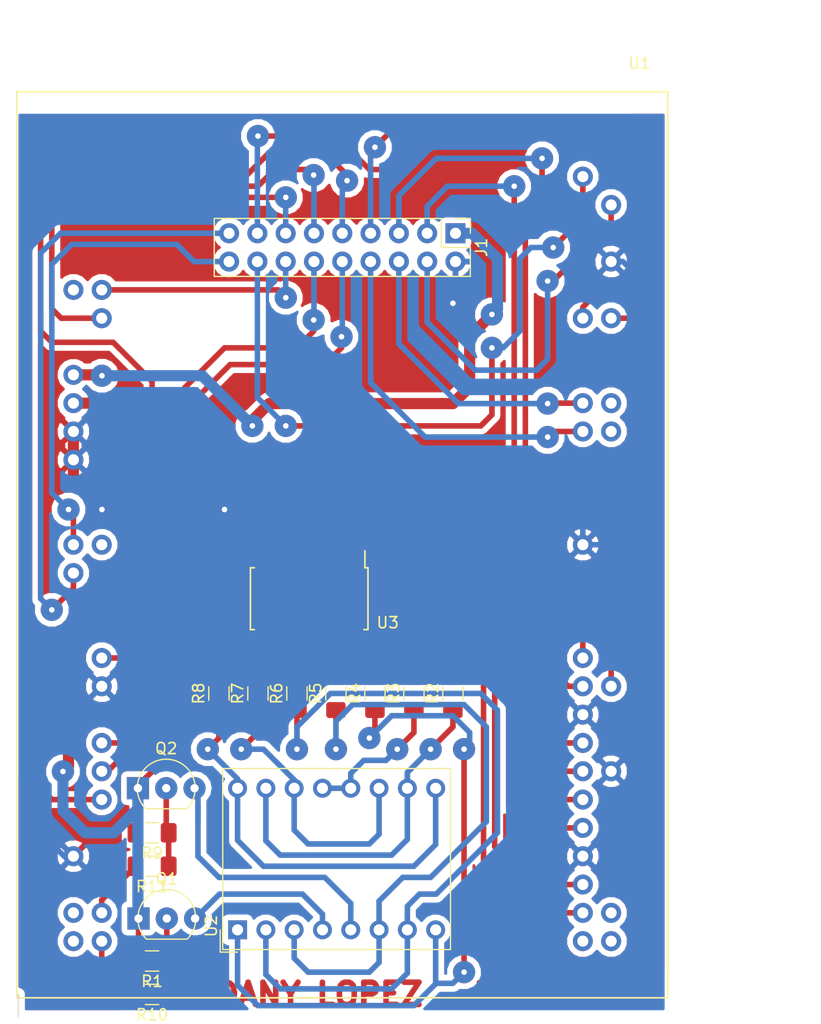
<source format=kicad_pcb>
(kicad_pcb (version 20171130) (host pcbnew 5.0.2+dfsg1-1)
  (layers (0 F.Cu signal) (31 B.Cu signal) (34 B.Paste user) (35 F.Paste user) (36 B.SilkS user) (37 F.SilkS user) (38 B.Mask user) (39 F.Mask user) (44 Edge.Cuts user))
  (net 0 "")
  (net 1 +3V3)
  (net 2 GND)
  (net 3 /SIOC)
  (net 4 /SIOD)
  (net 5 /VSYNC)
  (net 6 /HREF)
  (net 7 /PCLK)
  (net 8 /XCLK)
  (net 9 /D7)
  (net 10 /D6)
  (net 11 /D5)
  (net 12 /D4)
  (net 13 /D3)
  (net 14 /D2)
  (net 15 /D1)
  (net 16 /D0)
  (net 17 /RST)
  (net 18 /PWDN)
  (net 19 "Net-(U1-PadA1)")
  (net 20 +5V)
  (net 21 "Net-(U1-PadB2)")
  (net 22 "Net-(U1-PadB27)")
  (net 23 "Net-(U1-PadB29)")
  (net 24 "Net-(U1-PadC34)")
  (net 25 "Net-(U1-PadC32)")
  (net 26 "Net-(U1-PadD18)")
  (net 27 "Net-(U1-PadD20)")
  (net 28 /DC1)
  (net 29 /DC2)
  (net 30 /Dg)
  (net 31 /Df)
  (net 32 /De)
  (net 33 /Dd)
  (net 34 /Dc)
  (net 35 /Db)
  (net 36 /Da)
  (net 37 "Net-(Q1-Pad2)")
  (net 38 "Net-(Q1-Pad3)")
  (net 39 "Net-(Q2-Pad3)")
  (net 40 "Net-(Q2-Pad2)")
  (net 41 "Net-(R2-Pad1)")
  (net 42 "Net-(R2-Pad2)")
  (net 43 "Net-(R3-Pad2)")
  (net 44 "Net-(R3-Pad1)")
  (net 45 "Net-(R4-Pad1)")
  (net 46 "Net-(R4-Pad2)")
  (net 47 "Net-(R5-Pad2)")
  (net 48 "Net-(R5-Pad1)")
  (net 49 "Net-(R6-Pad1)")
  (net 50 "Net-(R6-Pad2)")
  (net 51 "Net-(R7-Pad2)")
  (net 52 "Net-(R7-Pad1)")
  (net 53 "Net-(R8-Pad1)")
  (net 54 "Net-(R8-Pad2)")
  (net 55 "Net-(U1-PadC33)")
  (module Resistor_SMD:R_1206_3216Metric_Pad1.42x1.75mm_HandSolder (layer F.Cu) (at 12 -16.5 180)
    (fp_text reference R9 (at 0 -1.82 180) (layer F.SilkS))
    (fp_text value 10K)
    (pad 2 smd roundrect (at 1.4875 0 180) (size 1.425 1.75) (layers F.Cu F.Paste F.Mask) (roundrect_rratio 0.175439) (net 20 +5V))
    (pad 1 smd roundrect (at -1.4875 0 180) (size 1.425 1.75) (layers F.Cu F.Paste F.Mask) (roundrect_rratio 0.175439) (net 40 "Net-(Q2-Pad2)"))
  )
  (module Package_TO_SOT_THT:TO-92_Inline (layer F.Cu) (at 12.052 -8.812)
    (fp_text reference Q1 (at 1.27 -3.56) (layer F.SilkS))
    (fp_text value 2N3906)
    (pad 2 thru_hole oval (at 1.27 0) (size 2 2) (drill 0.75) (layers *.Cu *.Mask) (net 37 "Net-(Q1-Pad2)"))
    (pad 3 thru_hole oval (at 3.81 0) (size 2 2) (drill 0.75) (layers *.Cu *.Mask) (net 38 "Net-(Q1-Pad3)"))
    (pad 1 thru_hole rect (at -1.27 0) (size 2 2) (drill 0.75) (layers *.Cu *.Mask) (net 20 +5V))
  )
  (module Package_TO_SOT_THT:TO-92_Inline (layer F.Cu) (at 12 -20.5)
    (fp_text reference Q2 (at 1.27 -3.56) (layer F.SilkS))
    (fp_text value 2N3906)
    (pad 1 thru_hole rect (at -1.27 0) (size 2 2) (drill 0.75) (layers *.Cu *.Mask) (net 20 +5V))
    (pad 3 thru_hole oval (at 3.81 0) (size 2 2) (drill 0.75) (layers *.Cu *.Mask) (net 39 "Net-(Q2-Pad3)"))
    (pad 2 thru_hole oval (at 1.27 0) (size 2 2) (drill 0.75) (layers *.Cu *.Mask) (net 40 "Net-(Q2-Pad2)"))
  )
  (module SILTTEC:STM-NUCLEO144-F767 (layer F.Cu) (at 4.94 -65.2)
    (fp_text reference U1 (at 50.8 -20.32) (layer F.SilkS))
    (fp_text value Nucleo144-F767)
    (pad A1 thru_hole circle (at 0 0) (size 1.8 1.8) (drill 1) (layers *.Cu *.Mask) (net 19 "Net-(U1-PadA1)"))
    (pad A2 thru_hole circle (at 2.54 0) (size 1.8 1.8) (drill 1) (layers *.Cu *.Mask) (net 14 /D2))
    (pad A4 thru_hole circle (at 2.54 2.54) (size 1.8 1.8) (drill 1) (layers *.Cu *.Mask) (net 13 /D3))
    (pad A7 thru_hole circle (at 0 7.62) (size 1.8 1.8) (drill 1) (layers *.Cu *.Mask) (net 1 +3V3))
    (pad A9 thru_hole circle (at 0 10.16) (size 1.8 1.8) (drill 1) (layers *.Cu *.Mask) (net 20 +5V))
    (pad A11 thru_hole circle (at 0 12.7) (size 1.8 1.8) (drill 1) (layers *.Cu *.Mask) (net 2 GND))
    (pad A13 thru_hole circle (at 0 15.24) (size 1.8 1.8) (drill 1) (layers *.Cu *.Mask) (net 2 GND))
    (pad B1 thru_hole circle (at 0 22.86) (size 1.8 1.8) (drill 1) (layers *.Cu *.Mask) (net 18 /PWDN))
    (pad B2 thru_hole circle (at 2.54 22.86) (size 1.8 1.8) (drill 1) (layers *.Cu *.Mask) (net 21 "Net-(U1-PadB2)"))
    (pad B3 thru_hole circle (at 0 25.4) (size 1.8 1.8) (drill 1) (layers *.Cu *.Mask) (net 17 /RST))
    (pad B10 thru_hole circle (at 2.54 33.02) (size 1.8 1.8) (drill 1) (layers *.Cu *.Mask) (net 11 /D5))
    (pad B12 thru_hole circle (at 2.54 35.56) (size 1.8 1.8) (drill 1) (layers *.Cu *.Mask) (net 2 GND))
    (pad B16 thru_hole circle (at 2.54 40.64) (size 1.8 1.8) (drill 1) (layers *.Cu *.Mask) (net 12 /D4))
    (pad B18 thru_hole circle (at 2.54 43.18) (size 1.8 1.8) (drill 1) (layers *.Cu *.Mask) (net 10 /D6))
    (pad B20 thru_hole circle (at 2.54 45.72) (size 1.8 1.8) (drill 1) (layers *.Cu *.Mask) (net 9 /D7))
    (pad B23 thru_hole circle (at 0 50.8) (size 1.8 1.8) (drill 1) (layers *.Cu *.Mask) (net 2 GND))
    (pad B27 thru_hole circle (at 0 55.88) (size 1.8 1.8) (drill 1) (layers *.Cu *.Mask) (net 22 "Net-(U1-PadB27)"))
    (pad B28 thru_hole circle (at 2.54 55.88) (size 1.8 1.8) (drill 1) (layers *.Cu *.Mask) (net 29 /DC2))
    (pad B29 thru_hole circle (at 0 58.42) (size 1.8 1.8) (drill 1) (layers *.Cu *.Mask) (net 23 "Net-(U1-PadB29)"))
    (pad B30 thru_hole circle (at 2.54 58.42) (size 1.8 1.8) (drill 1) (layers *.Cu *.Mask) (net 28 /DC1))
    (pad C33 thru_hole circle (at 45.72 58.42) (size 1.8 1.8) (drill 1) (layers *.Cu *.Mask) (net 55 "Net-(U1-PadC33)"))
    (pad C34 thru_hole circle (at 48.26 58.42) (size 1.8 1.8) (drill 1) (layers *.Cu *.Mask) (net 24 "Net-(U1-PadC34)"))
    (pad C31 thru_hole circle (at 45.72 55.88) (size 1.8 1.8) (drill 1) (layers *.Cu *.Mask) (net 36 /Da))
    (pad C32 thru_hole circle (at 48.26 55.88) (size 1.8 1.8) (drill 1) (layers *.Cu *.Mask) (net 25 "Net-(U1-PadC32)"))
    (pad C29 thru_hole circle (at 45.72 53.34) (size 1.8 1.8) (drill 1) (layers *.Cu *.Mask) (net 35 /Db))
    (pad C27 thru_hole circle (at 45.72 50.8) (size 1.8 1.8) (drill 1) (layers *.Cu *.Mask) (net 2 GND))
    (pad C25 thru_hole circle (at 45.72 48.26) (size 1.8 1.8) (drill 1) (layers *.Cu *.Mask) (net 34 /Dc))
    (pad C23 thru_hole circle (at 45.72 45.72) (size 1.8 1.8) (drill 1) (layers *.Cu *.Mask) (net 33 /Dd))
    (pad C21 thru_hole circle (at 45.72 43.18) (size 1.8 1.8) (drill 1) (layers *.Cu *.Mask) (net 32 /De))
    (pad C22 thru_hole circle (at 48.26 43.18) (size 1.8 1.8) (drill 1) (layers *.Cu *.Mask) (net 2 GND))
    (pad C19 thru_hole circle (at 45.72 40.64) (size 1.8 1.8) (drill 1) (layers *.Cu *.Mask) (net 31 /Df))
    (pad C17 thru_hole circle (at 45.72 38.1) (size 1.8 1.8) (drill 1) (layers *.Cu *.Mask) (net 2 GND))
    (pad C15 thru_hole circle (at 45.72 35.56) (size 1.8 1.8) (drill 1) (layers *.Cu *.Mask) (net 30 /Dg))
    (pad C16 thru_hole circle (at 48.26 35.56) (size 1.8 1.8) (drill 1) (layers *.Cu *.Mask) (net 5 /VSYNC))
    (pad C13 thru_hole circle (at 45.72 33.02) (size 1.8 1.8) (drill 1) (layers *.Cu *.Mask) (net 3 /SIOC))
    (pad C5 thru_hole circle (at 45.72 22.86) (size 1.8 1.8) (drill 1) (layers *.Cu *.Mask) (net 2 GND))
    (pad D1 thru_hole circle (at 45.72 -10.16) (size 1.8 1.8) (drill 1) (layers *.Cu *.Mask) (net 16 /D0))
    (pad D4 thru_hole circle (at 48.26 -7.62) (size 1.8 1.8) (drill 1) (layers *.Cu *.Mask) (net 4 /SIOD))
    (pad D8 thru_hole circle (at 48.26 -2.54) (size 1.8 1.8) (drill 1) (layers *.Cu *.Mask) (net 2 GND))
    (pad D11 thru_hole circle (at 45.72 2.54) (size 1.8 1.8) (drill 1) (layers *.Cu *.Mask) (net 15 /D1))
    (pad D12 thru_hole circle (at 48.26 2.54) (size 1.8 1.8) (drill 1) (layers *.Cu *.Mask) (net 7 /PCLK))
    (pad D17 thru_hole circle (at 45.72 10.16) (size 1.8 1.8) (drill 1) (layers *.Cu *.Mask) (net 6 /HREF))
    (pad D18 thru_hole circle (at 48.26 10.16) (size 1.8 1.8) (drill 1) (layers *.Cu *.Mask) (net 26 "Net-(U1-PadD18)"))
    (pad D19 thru_hole circle (at 45.72 12.7) (size 1.8 1.8) (drill 1) (layers *.Cu *.Mask) (net 8 /XCLK))
    (pad D20 thru_hole circle (at 48.26 12.7) (size 1.8 1.8) (drill 1) (layers *.Cu *.Mask) (net 27 "Net-(U1-PadD20)"))
  )
  (module Connector_PinHeader_2.54mm:PinHeader_2x09_P2.54mm_Vertical (layer F.Cu) (at 39.23 -70.28 270)
    (fp_text reference J1 (at 1.27 -2.33 270) (layer F.SilkS))
    (fp_text value Conn_02x09_Odd_Even)
    (pad 1 thru_hole rect (at 0 0 270) (size 1.8 1.8) (drill 1) (layers *.Cu *.Mask) (net 1 +3V3))
    (pad 2 thru_hole oval (at 2.54 0 270) (size 1.8 1.8) (drill 1) (layers *.Cu *.Mask) (net 2 GND))
    (pad 3 thru_hole oval (at 0 2.54 270) (size 1.8 1.8) (drill 1) (layers *.Cu *.Mask) (net 3 /SIOC))
    (pad 4 thru_hole oval (at 2.54 2.54 270) (size 1.8 1.8) (drill 1) (layers *.Cu *.Mask) (net 4 /SIOD))
    (pad 5 thru_hole oval (at 0 5.08 270) (size 1.8 1.8) (drill 1) (layers *.Cu *.Mask) (net 5 /VSYNC))
    (pad 6 thru_hole oval (at 2.54 5.08 270) (size 1.8 1.8) (drill 1) (layers *.Cu *.Mask) (net 6 /HREF))
    (pad 7 thru_hole oval (at 0 7.62 270) (size 1.8 1.8) (drill 1) (layers *.Cu *.Mask) (net 7 /PCLK))
    (pad 8 thru_hole oval (at 2.54 7.62 270) (size 1.8 1.8) (drill 1) (layers *.Cu *.Mask) (net 8 /XCLK))
    (pad 9 thru_hole circle (at 0 10.16 270) (size 1.8 1.8) (drill 1) (layers *.Cu *.Mask) (net 9 /D7))
    (pad 10 thru_hole oval (at 2.54 10.16 270) (size 1.8 1.8) (drill 1) (layers *.Cu *.Mask) (net 10 /D6))
    (pad 11 thru_hole oval (at 0 12.7 270) (size 1.8 1.8) (drill 1) (layers *.Cu *.Mask) (net 11 /D5))
    (pad 12 thru_hole oval (at 2.54 12.7 270) (size 1.8 1.8) (drill 1) (layers *.Cu *.Mask) (net 12 /D4))
    (pad 13 thru_hole oval (at 0 15.24 270) (size 1.8 1.8) (drill 1) (layers *.Cu *.Mask) (net 13 /D3))
    (pad 14 thru_hole oval (at 2.54 15.24 270) (size 1.8 1.8) (drill 1) (layers *.Cu *.Mask) (net 14 /D2))
    (pad 15 thru_hole oval (at 0 17.78 270) (size 1.8 1.8) (drill 1) (layers *.Cu *.Mask) (net 15 /D1))
    (pad 16 thru_hole oval (at 2.54 17.78 270) (size 1.8 1.8) (drill 1) (layers *.Cu *.Mask) (net 16 /D0))
    (pad 17 thru_hole oval (at 0 20.32 270) (size 1.8 1.8) (drill 1) (layers *.Cu *.Mask) (net 17 /RST))
    (pad 18 thru_hole oval (at 2.54 20.32 270) (size 1.8 1.8) (drill 1) (layers *.Cu *.Mask) (net 18 /PWDN))
  )
  (module Resistor_SMD:R_1206_3216Metric_Pad1.42x1.75mm_HandSolder (layer F.Cu) (at 12 -5 180)
    (fp_text reference R1 (at 0 -1.82 180) (layer F.SilkS))
    (fp_text value 10K)
    (pad 1 smd roundrect (at -1.4875 0 180) (size 1.425 1.75) (layers F.Cu F.Paste F.Mask) (roundrect_rratio 0.175439) (net 37 "Net-(Q1-Pad2)"))
    (pad 2 smd roundrect (at 1.4875 0 180) (size 1.425 1.75) (layers F.Cu F.Paste F.Mask) (roundrect_rratio 0.175439) (net 20 +5V))
  )
  (module Resistor_SMD:R_1206_3216Metric_Pad1.42x1.75mm_HandSolder (layer F.Cu) (at 39 -29 90)
    (fp_text reference R2 (at 0 -1.82 90) (layer F.SilkS))
    (fp_text value R)
    (pad 1 smd roundrect (at -1.4875 0 90) (size 1.425 1.75) (layers F.Cu F.Paste F.Mask) (roundrect_rratio 0.175439) (net 41 "Net-(R2-Pad1)"))
    (pad 2 smd roundrect (at 1.4875 0 90) (size 1.425 1.75) (layers F.Cu F.Paste F.Mask) (roundrect_rratio 0.175439) (net 42 "Net-(R2-Pad2)"))
  )
  (module Resistor_SMD:R_1206_3216Metric_Pad1.42x1.75mm_HandSolder (layer F.Cu) (at 35.5 -29 90)
    (fp_text reference R3 (at 0 -1.82 90) (layer F.SilkS))
    (fp_text value R)
    (pad 2 smd roundrect (at 1.4875 0 90) (size 1.425 1.75) (layers F.Cu F.Paste F.Mask) (roundrect_rratio 0.175439) (net 43 "Net-(R3-Pad2)"))
    (pad 1 smd roundrect (at -1.4875 0 90) (size 1.425 1.75) (layers F.Cu F.Paste F.Mask) (roundrect_rratio 0.175439) (net 44 "Net-(R3-Pad1)"))
  )
  (module Resistor_SMD:R_1206_3216Metric_Pad1.42x1.75mm_HandSolder (layer F.Cu) (at 32 -29 90)
    (fp_text reference R4 (at 0 -1.82 90) (layer F.SilkS))
    (fp_text value R)
    (pad 1 smd roundrect (at -1.4875 0 90) (size 1.425 1.75) (layers F.Cu F.Paste F.Mask) (roundrect_rratio 0.175439) (net 45 "Net-(R4-Pad1)"))
    (pad 2 smd roundrect (at 1.4875 0 90) (size 1.425 1.75) (layers F.Cu F.Paste F.Mask) (roundrect_rratio 0.175439) (net 46 "Net-(R4-Pad2)"))
  )
  (module Resistor_SMD:R_1206_3216Metric_Pad1.42x1.75mm_HandSolder (layer F.Cu) (at 28.5 -29 90)
    (fp_text reference R5 (at 0 -1.82 90) (layer F.SilkS))
    (fp_text value R)
    (pad 2 smd roundrect (at 1.4875 0 90) (size 1.425 1.75) (layers F.Cu F.Paste F.Mask) (roundrect_rratio 0.175439) (net 47 "Net-(R5-Pad2)"))
    (pad 1 smd roundrect (at -1.4875 0 90) (size 1.425 1.75) (layers F.Cu F.Paste F.Mask) (roundrect_rratio 0.175439) (net 48 "Net-(R5-Pad1)"))
  )
  (module Resistor_SMD:R_1206_3216Metric_Pad1.42x1.75mm_HandSolder (layer F.Cu) (at 25 -29 90)
    (fp_text reference R6 (at 0 -1.82 90) (layer F.SilkS))
    (fp_text value R)
    (pad 1 smd roundrect (at -1.4875 0 90) (size 1.425 1.75) (layers F.Cu F.Paste F.Mask) (roundrect_rratio 0.175439) (net 49 "Net-(R6-Pad1)"))
    (pad 2 smd roundrect (at 1.4875 0 90) (size 1.425 1.75) (layers F.Cu F.Paste F.Mask) (roundrect_rratio 0.175439) (net 50 "Net-(R6-Pad2)"))
  )
  (module Resistor_SMD:R_1206_3216Metric_Pad1.42x1.75mm_HandSolder (layer F.Cu) (at 21.5 -29 90)
    (fp_text reference R7 (at 0 -1.82 90) (layer F.SilkS))
    (fp_text value R)
    (pad 2 smd roundrect (at 1.4875 0 90) (size 1.425 1.75) (layers F.Cu F.Paste F.Mask) (roundrect_rratio 0.175439) (net 51 "Net-(R7-Pad2)"))
    (pad 1 smd roundrect (at -1.4875 0 90) (size 1.425 1.75) (layers F.Cu F.Paste F.Mask) (roundrect_rratio 0.175439) (net 52 "Net-(R7-Pad1)"))
  )
  (module Resistor_SMD:R_1206_3216Metric_Pad1.42x1.75mm_HandSolder (layer F.Cu) (at 18 -29 90)
    (fp_text reference R8 (at 0 -1.82 90) (layer F.SilkS))
    (fp_text value R)
    (pad 1 smd roundrect (at -1.4875 0 90) (size 1.425 1.75) (layers F.Cu F.Paste F.Mask) (roundrect_rratio 0.175439) (net 53 "Net-(R8-Pad1)"))
    (pad 2 smd roundrect (at 1.4875 0 90) (size 1.425 1.75) (layers F.Cu F.Paste F.Mask) (roundrect_rratio 0.175439) (net 54 "Net-(R8-Pad2)"))
  )
  (module Display_7Segment:DA04-11SYKWA (layer F.Cu) (at 19.672 -7.796 90)
    (fp_text reference U2 (at 0.34 -2.36 90) (layer F.SilkS))
    (fp_text value DA04-11SYKWA)
    (pad 1 thru_hole rect (at 0 0 90) (size 1.7 1.7) (drill 1) (layers *.Cu *.Mask) (net 45 "Net-(R4-Pad1)"))
    (pad 2 thru_hole circle (at 0 2.54 90) (size 1.7 1.7) (drill 1) (layers *.Cu *.Mask) (net 49 "Net-(R6-Pad1)"))
    (pad 3 thru_hole circle (at 0 5.08 90) (size 1.7 1.7) (drill 1) (layers *.Cu *.Mask) (net 48 "Net-(R5-Pad1)"))
    (pad 4 thru_hole circle (at 0 7.62 90) (size 1.7 1.7) (drill 1) (layers *.Cu *.Mask) (net 38 "Net-(Q1-Pad3)"))
    (pad 5 thru_hole circle (at 0 10.16 90) (size 1.7 1.7) (drill 1) (layers *.Cu *.Mask) (net 39 "Net-(Q2-Pad3)"))
    (pad 6 thru_hole circle (at 0 12.7 90) (size 1.7 1.7) (drill 1) (layers *.Cu *.Mask) (net 48 "Net-(R5-Pad1)"))
    (pad 7 thru_hole circle (at 0 15.24 90) (size 1.7 1.7) (drill 1) (layers *.Cu *.Mask) (net 49 "Net-(R6-Pad1)"))
    (pad 8 thru_hole circle (at 0 17.78 90) (size 1.7 1.7) (drill 1) (layers *.Cu *.Mask) (net 45 "Net-(R4-Pad1)"))
    (pad 9 thru_hole circle (at 12.7 17.78 90) (size 1.7 1.7) (drill 1) (layers *.Cu *.Mask) (net 53 "Net-(R8-Pad1)"))
    (pad 10 thru_hole circle (at 12.7 15.24 90) (size 1.7 1.7) (drill 1) (layers *.Cu *.Mask) (net 41 "Net-(R2-Pad1)"))
    (pad 11 thru_hole circle (at 12.7 12.7 90) (size 1.7 1.7) (drill 1) (layers *.Cu *.Mask) (net 52 "Net-(R7-Pad1)"))
    (pad 12 thru_hole circle (at 12.7 10.16 90) (size 1.7 1.7) (drill 1) (layers *.Cu *.Mask) (net 44 "Net-(R3-Pad1)"))
    (pad 13 thru_hole circle (at 12.7 7.62 90) (size 1.7 1.7) (drill 1) (layers *.Cu *.Mask) (net 44 "Net-(R3-Pad1)"))
    (pad 14 thru_hole circle (at 12.7 5.08 90) (size 1.7 1.7) (drill 1) (layers *.Cu *.Mask) (net 52 "Net-(R7-Pad1)"))
    (pad 15 thru_hole circle (at 12.7 2.54 90) (size 1.7 1.7) (drill 1) (layers *.Cu *.Mask) (net 41 "Net-(R2-Pad1)"))
    (pad 16 thru_hole circle (at 12.7 0 90) (size 1.7 1.7) (drill 1) (layers *.Cu *.Mask) (net 53 "Net-(R8-Pad1)"))
  )
  (module SILTTEC:SOIC-16W_5.3x10.2mm_Pitch1.27mm (layer F.Cu) (at 26.1 -37.5 270)
    (fp_text reference U3 (at 2.15 -7.05) (layer F.SilkS))
    (fp_text value ULN2003)
    (pad 16 smd rect (at 2.667 -4.445 270) (size 1.5 0.6) (layers F.Cu F.Paste F.Mask) (net 42 "Net-(R2-Pad2)"))
    (pad 15 smd rect (at 2.661 -3.175 270) (size 1.5 0.6) (layers F.Cu F.Paste F.Mask) (net 43 "Net-(R3-Pad2)"))
    (pad 14 smd rect (at 2.661 -1.905 270) (size 1.5 0.6) (layers F.Cu F.Paste F.Mask) (net 46 "Net-(R4-Pad2)"))
    (pad 13 smd rect (at 2.661 -0.635 270) (size 1.5 0.6) (layers F.Cu F.Paste F.Mask) (net 47 "Net-(R5-Pad2)"))
    (pad 12 smd rect (at 2.661 0.635 270) (size 1.5 0.6) (layers F.Cu F.Paste F.Mask) (net 50 "Net-(R6-Pad2)"))
    (pad 11 smd rect (at 2.661 1.905 270) (size 1.5 0.6) (layers F.Cu F.Paste F.Mask) (net 51 "Net-(R7-Pad2)"))
    (pad 10 smd rect (at 2.661 3.175 270) (size 1.5 0.6) (layers F.Cu F.Paste F.Mask) (net 54 "Net-(R8-Pad2)"))
    (pad 9 smd rect (at 2.661 4.445 270) (size 1.5 0.6) (layers F.Cu F.Paste F.Mask) (net 20 +5V))
    (pad 8 smd rect (at -2.661 4.445 270) (size 1.5 0.6) (layers F.Cu F.Paste F.Mask) (net 2 GND))
    (pad 7 smd rect (at -2.661 3.175 270) (size 1.5 0.6) (layers F.Cu F.Paste F.Mask) (net 30 /Dg))
    (pad 6 smd rect (at -2.661 1.905 270) (size 1.5 0.6) (layers F.Cu F.Paste F.Mask) (net 31 /Df))
    (pad 5 smd rect (at -2.661 0.635 270) (size 1.5 0.6) (layers F.Cu F.Paste F.Mask) (net 32 /De))
    (pad 4 smd rect (at -2.661 -0.635 270) (size 1.5 0.6) (layers F.Cu F.Paste F.Mask) (net 33 /Dd))
    (pad 3 smd rect (at -2.661 -1.905 270) (size 1.5 0.6) (layers F.Cu F.Paste F.Mask) (net 34 /Dc))
    (pad 2 smd rect (at -2.667 -3.175 270) (size 1.5 0.6) (layers F.Cu F.Paste F.Mask) (net 35 /Db))
    (pad 1 smd rect (at -2.667 -4.445 270) (size 1.5 0.6) (layers F.Cu F.Paste F.Mask) (net 36 /Da))
  )
  (module Resistor_SMD:R_1206_3216Metric_Pad1.42x1.75mm_HandSolder (layer F.Cu) (at 12 -2 180)
    (fp_text reference R10 (at 0 -1.82 180) (layer F.SilkS))
    (fp_text value 1K)
    (pad 2 smd roundrect (at 1.4875 0 180) (size 1.425 1.75) (layers F.Cu F.Paste F.Mask) (roundrect_rratio 0.175439) (net 28 /DC1))
    (pad 1 smd roundrect (at -1.4875 0 180) (size 1.425 1.75) (layers F.Cu F.Paste F.Mask) (roundrect_rratio 0.175439) (net 37 "Net-(Q1-Pad2)"))
  )
  (module Resistor_SMD:R_1206_3216Metric_Pad1.42x1.75mm_HandSolder (layer F.Cu) (at 12 -13.5 180)
    (fp_text reference R11 (at 0 -1.82 180) (layer F.SilkS))
    (fp_text value 1K)
    (pad 1 smd roundrect (at -1.4875 0 180) (size 1.425 1.75) (layers F.Cu F.Paste F.Mask) (roundrect_rratio 0.175439) (net 40 "Net-(Q2-Pad2)"))
    (pad 2 smd roundrect (at 1.4875 0 180) (size 1.425 1.75) (layers F.Cu F.Paste F.Mask) (roundrect_rratio 0.175439) (net 29 /DC2))
  )
  (gr_line (start 0 0) (end 0 -2) (angle 90) (layer Edge.Cuts) (width 0.15))
  (gr_text "DANY LOPEZ" (at 27 -2) (layer F.Cu) (effects (font (size 2 2) (thickness 0.5))))
  (gr_text "UNIR 2019" (at 49 -2) (layer F.Cu) (effects (font (size 2 2) (thickness 0.4))))
  (segment (start 7.42 -57.58) (end 4.94 -57.58) (width 1) (layer F.Cu) (net 1))
  (via (at 7.5 -57.5) (size 2) (drill 0.5) (layers F.Cu B.Cu) (net 1))
  (segment (start 7.5 -57.5) (end 7.42 -57.58) (width 1) (layer F.Cu) (net 1))
  (segment (start 39 -55) (end 38 -55) (width 1) (layer F.Cu) (net 1))
  (segment (start 40.5 -56.5) (end 39 -55) (width 1) (layer F.Cu) (net 1))
  (segment (start 39.23 -70.28) (end 40.72 -70.28) (width 1) (layer B.Cu) (net 1))
  (segment (start 40.5 -61) (end 40.5 -56.5) (width 1) (layer F.Cu) (net 1))
  (segment (start 42.5 -63) (end 40.5 -61) (width 1) (layer F.Cu) (net 1))
  (via (at 42.5 -63) (size 2) (drill 0.5) (layers F.Cu B.Cu) (net 1))
  (segment (start 43 -63.5) (end 42.5 -63) (width 1) (layer B.Cu) (net 1))
  (segment (start 43 -68) (end 43 -63.5) (width 1) (layer B.Cu) (net 1))
  (segment (start 40.72 -70.28) (end 43 -68) (width 1) (layer B.Cu) (net 1))
  (segment (start 40.5 -56.5) (end 39 -55) (width 1) (layer F.Cu) (net 1))
  (segment (start 38 -55) (end 22.5 -55) (width 1) (layer F.Cu) (net 1))
  (segment (start 16.5 -57.5) (end 7.5 -57.5) (width 1) (layer B.Cu) (net 1))
  (segment (start 21 -53) (end 16.5 -57.5) (width 1) (layer B.Cu) (net 1))
  (via (at 21 -53) (size 2) (drill 0.5) (layers F.Cu B.Cu) (net 1))
  (segment (start 21 -53.5) (end 21 -53) (width 1) (layer F.Cu) (net 1))
  (segment (start 22.5 -55) (end 21 -53.5) (width 1) (layer F.Cu) (net 1))
  (segment (start 39.23 -64.23) (end 39 -64) (width 1) (layer B.Cu) (net 2))
  (via (at 39 -64) (size 2) (drill 0.5) (layers F.Cu B.Cu) (net 2))
  (segment (start 38.5 -63.5) (end 38.5 -58.5) (width 1) (layer F.Cu) (net 2))
  (segment (start 4.94 -49.96) (end 4.94 -48.06) (width 1) (layer F.Cu) (net 2))
  (segment (start 18.5 -45.5) (end 7.5 -45.5) (width 1) (layer B.Cu) (net 2))
  (segment (start 4.94 -48.06) (end 7.5 -45.5) (width 1) (layer F.Cu) (net 2))
  (via (at 7.5 -45.5) (size 2) (drill 0.5) (layers F.Cu B.Cu) (net 2))
  (segment (start 4.94 -52.5) (end 4.94 -49.96) (width 1) (layer F.Cu) (net 2))
  (segment (start 39 -64) (end 38.5 -63.5) (width 1) (layer F.Cu) (net 2))
  (segment (start 38.5 -63.5) (end 38.5 -58.5) (width 1) (layer F.Cu) (net 2))
  (segment (start 38.5 -58.5) (end 37 -57) (width 1) (layer F.Cu) (net 2))
  (via (at 18.5 -45.5) (size 2) (drill 0.5) (layers F.Cu B.Cu) (net 2))
  (segment (start 18.5 -54) (end 18.5 -45.5) (width 1) (layer F.Cu) (net 2))
  (segment (start 21.5 -57) (end 18.5 -54) (width 1) (layer F.Cu) (net 2))
  (segment (start 37 -57) (end 21.5 -57) (width 1) (layer F.Cu) (net 2))
  (segment (start 39.23 -67.74) (end 39.23 -64.23) (width 0.5) (layer B.Cu) (net 2))
  (segment (start 39.23 -64.23) (end 39 -64) (width 0.5) (layer B.Cu) (net 2))
  (segment (start 4.94 -14.4) (end 4.1 -14.4) (width 0.5) (layer B.Cu) (net 2))
  (segment (start 4.1 -14.4) (end 1.5 -17) (width 0.5) (layer B.Cu) (net 2))
  (segment (start 1.5 -17) (end 1.5 -30.5) (width 0.5) (layer B.Cu) (net 2))
  (segment (start 1.5 -30.5) (end 16.5 -45.5) (width 0.5) (layer B.Cu) (net 2))
  (segment (start 16.5 -45.5) (end 18.5 -45.5) (width 0.5) (layer B.Cu) (net 2))
  (segment (start 53.2 -67.74) (end 54.26 -67.74) (width 0.5) (layer B.Cu) (net 2))
  (segment (start 52.84 -42.34) (end 50.66 -42.34) (width 0.5) (layer B.Cu) (net 2))
  (segment (start 56 -45.5) (end 52.84 -42.34) (width 0.5) (layer B.Cu) (net 2))
  (segment (start 56 -66) (end 56 -45.5) (width 0.5) (layer B.Cu) (net 2))
  (segment (start 54.26 -67.74) (end 56 -66) (width 0.5) (layer B.Cu) (net 2))
  (segment (start 50.66 -42.34) (end 50.66 -47.84) (width 0.5) (layer B.Cu) (net 2))
  (segment (start 18.5 -46.5) (end 18.5 -45.5) (width 0.5) (layer B.Cu) (net 2))
  (segment (start 21.5 -49.5) (end 18.5 -46.5) (width 0.5) (layer B.Cu) (net 2))
  (segment (start 49 -49.5) (end 21.5 -49.5) (width 0.5) (layer B.Cu) (net 2))
  (segment (start 50.66 -47.84) (end 49 -49.5) (width 0.5) (layer B.Cu) (net 2))
  (segment (start 50.66 -32.18) (end 50.66 -35.84) (width 0.5) (layer F.Cu) (net 3))
  (segment (start 50.66 -35.84) (end 44.5 -42) (width 0.5) (layer F.Cu) (net 3))
  (segment (start 44.5 -42) (end 44.5 -74.5) (width 0.5) (layer F.Cu) (net 3))
  (via (at 44.5 -74.5) (size 2) (drill 0.5) (layers F.Cu B.Cu) (net 3))
  (segment (start 44.5 -74.5) (end 38.5 -74.5) (width 0.5) (layer B.Cu) (net 3))
  (segment (start 38.5 -74.5) (end 36.69 -72.69) (width 0.5) (layer B.Cu) (net 3))
  (segment (start 36.69 -72.69) (end 36.69 -70.28) (width 0.5) (layer B.Cu) (net 3))
  (via (at 47.5 -66) (size 2) (drill 0.5) (layers F.Cu B.Cu) (net 4))
  (segment (start 53.2 -71.2) (end 48 -66) (width 0.5) (layer F.Cu) (net 4))
  (segment (start 48 -66) (end 47.5 -66) (width 0.5) (layer F.Cu) (net 4))
  (segment (start 53.2 -72.82) (end 53.2 -71.2) (width 0.5) (layer F.Cu) (net 4))
  (segment (start 36.69 -67.74) (end 36.69 -62.31) (width 0.5) (layer B.Cu) (net 4))
  (segment (start 47.5 -59) (end 47.5 -66) (width 0.5) (layer B.Cu) (net 4))
  (segment (start 46.5 -58) (end 47.5 -59) (width 0.5) (layer B.Cu) (net 4))
  (segment (start 41 -58) (end 46.5 -58) (width 0.5) (layer B.Cu) (net 4))
  (segment (start 36.69 -62.31) (end 41 -58) (width 0.5) (layer B.Cu) (net 4))
  (segment (start 34.15 -70.28) (end 34.15 -73.65) (width 0.5) (layer B.Cu) (net 5))
  (segment (start 53.2 -35.3) (end 53.2 -29.64) (width 0.5) (layer F.Cu) (net 5))
  (segment (start 45.5 -43) (end 53.2 -35.3) (width 0.5) (layer F.Cu) (net 5))
  (segment (start 45.5 -71.5) (end 45.5 -43) (width 0.5) (layer F.Cu) (net 5))
  (segment (start 47 -73) (end 45.5 -71.5) (width 0.5) (layer F.Cu) (net 5))
  (segment (start 47 -77) (end 47 -73) (width 0.5) (layer F.Cu) (net 5))
  (via (at 47 -77) (size 2) (drill 0.5) (layers F.Cu B.Cu) (net 5))
  (segment (start 37.5 -77) (end 47 -77) (width 0.5) (layer B.Cu) (net 5))
  (segment (start 34.15 -73.65) (end 37.5 -77) (width 0.5) (layer B.Cu) (net 5))
  (segment (start 50.66 -55.04) (end 47.54 -55.04) (width 0.5) (layer F.Cu) (net 6))
  (segment (start 47.54 -55.04) (end 47.5 -55) (width 0.5) (layer F.Cu) (net 6))
  (via (at 47.5 -55) (size 2) (drill 0.5) (layers F.Cu B.Cu) (net 6))
  (segment (start 34.15 -67.74) (end 34.15 -60.35) (width 0.5) (layer B.Cu) (net 6))
  (segment (start 39.5 -55) (end 47.5 -55) (width 0.5) (layer B.Cu) (net 6))
  (segment (start 34.15 -60.35) (end 39.5 -55) (width 0.5) (layer B.Cu) (net 6))
  (segment (start 31.61 -77.61) (end 31.61 -70.28) (width 0.5) (layer B.Cu) (net 7))
  (via (at 32 -78) (size 2) (drill 0.5) (layers F.Cu B.Cu) (net 7))
  (segment (start 32 -78) (end 31.61 -77.61) (width 0.5) (layer B.Cu) (net 7))
  (segment (start 53.2 -62.66) (end 55.16 -62.66) (width 0.5) (layer F.Cu) (net 7))
  (segment (start 34 -80) (end 32 -78) (width 0.5) (layer F.Cu) (net 7))
  (segment (start 55 -80) (end 34 -80) (width 0.5) (layer F.Cu) (net 7))
  (segment (start 56.5 -78.5) (end 55 -80) (width 0.5) (layer F.Cu) (net 7))
  (segment (start 56.5 -64) (end 56.5 -78.5) (width 0.5) (layer F.Cu) (net 7))
  (segment (start 55.16 -62.66) (end 56.5 -64) (width 0.5) (layer F.Cu) (net 7))
  (segment (start 48 -52.5) (end 50.66 -52.5) (width 0.5) (layer F.Cu) (net 8))
  (via (at 47.5 -52) (size 2) (drill 0.5) (layers F.Cu B.Cu) (net 8))
  (segment (start 47.5 -52) (end 48 -52.5) (width 0.5) (layer F.Cu) (net 8))
  (segment (start 31.61 -67.74) (end 31.61 -56.89) (width 0.5) (layer B.Cu) (net 8))
  (segment (start 36.5 -52) (end 47.5 -52) (width 0.5) (layer B.Cu) (net 8))
  (segment (start 31.61 -56.89) (end 36.5 -52) (width 0.5) (layer B.Cu) (net 8))
  (segment (start 29.07 -70.28) (end 29.07 -74.57) (width 0.5) (layer B.Cu) (net 9))
  (via (at 29.5 -75) (size 2) (drill 0.5) (layers F.Cu B.Cu) (net 9))
  (segment (start 29.07 -74.57) (end 29.5 -75) (width 0.5) (layer B.Cu) (net 9))
  (segment (start 20.5 -75.500004) (end 22.499996 -77.5) (width 0.5) (layer F.Cu) (net 9))
  (segment (start 29.5 -75) (end 29.5 -75.5) (width 0.5) (layer F.Cu) (net 9))
  (segment (start 27.5 -77.5) (end 22.499996 -77.5) (width 0.5) (layer F.Cu) (net 9))
  (segment (start 29.5 -75.5) (end 27.5 -77.5) (width 0.5) (layer F.Cu) (net 9))
  (segment (start 22.499996 -77.5) (end 20.5 -75.500004) (width 0.5) (layer F.Cu) (net 9))
  (segment (start 20.5 -75.500004) (end 3.500004 -75.500004) (width 0.5) (layer F.Cu) (net 9))
  (segment (start 3.500004 -75.500004) (end 1 -73) (width 0.5) (layer F.Cu) (net 9))
  (segment (start 1 -73) (end 1 -21.5) (width 0.5) (layer F.Cu) (net 9))
  (segment (start 1 -21.5) (end 3.02 -19.48) (width 0.5) (layer F.Cu) (net 9))
  (segment (start 3.02 -19.48) (end 7.48 -19.48) (width 0.5) (layer F.Cu) (net 9))
  (segment (start 29.07 -67.74) (end 29.07 -61.07) (width 0.5) (layer B.Cu) (net 10))
  (via (at 29 -61) (size 2) (drill 0.5) (layers F.Cu B.Cu) (net 10))
  (segment (start 29.07 -61.07) (end 29 -61) (width 0.5) (layer B.Cu) (net 10))
  (segment (start 29 -61) (end 29 -60) (width 0.5) (layer F.Cu) (net 10))
  (segment (start 14 -53.5) (end 14 -26) (width 0.5) (layer F.Cu) (net 10))
  (segment (start 19 -58.5) (end 14 -53.5) (width 0.5) (layer F.Cu) (net 10))
  (segment (start 27.5 -58.5) (end 19 -58.5) (width 0.5) (layer F.Cu) (net 10))
  (segment (start 29 -60) (end 27.5 -58.5) (width 0.5) (layer F.Cu) (net 10))
  (segment (start 7.48 -22.02) (end 8.02 -22.02) (width 0.5) (layer F.Cu) (net 10))
  (segment (start 11.5 -23.5) (end 14 -26) (width 0.5) (layer F.Cu) (net 10))
  (segment (start 9.5 -23.5) (end 11.5 -23.5) (width 0.5) (layer F.Cu) (net 10))
  (segment (start 8.02 -22.02) (end 9.5 -23.5) (width 0.5) (layer F.Cu) (net 10))
  (segment (start 2 -61.5) (end 2 -69) (width 0.5) (layer F.Cu) (net 11))
  (segment (start 3 -60.5) (end 2 -61.5) (width 0.5) (layer F.Cu) (net 11))
  (segment (start 6.5 -60.5) (end 3 -60.5) (width 0.5) (layer F.Cu) (net 11))
  (segment (start 2 -69) (end 2 -72) (width 0.5) (layer F.Cu) (net 11))
  (segment (start 26.53 -75.47) (end 26.53 -70.28) (width 0.5) (layer B.Cu) (net 11))
  (segment (start 26.5 -75.5) (end 26.53 -75.47) (width 0.5) (layer B.Cu) (net 11))
  (via (at 26.5 -75.5) (size 2) (drill 0.5) (layers F.Cu B.Cu) (net 11))
  (segment (start 26 -76) (end 26.5 -75.5) (width 0.5) (layer F.Cu) (net 11))
  (segment (start 23 -76) (end 26 -76) (width 0.5) (layer F.Cu) (net 11))
  (segment (start 21.500002 -74.500002) (end 23 -76) (width 0.5) (layer F.Cu) (net 11))
  (segment (start 4.500002 -74.500002) (end 21.500002 -74.500002) (width 0.5) (layer F.Cu) (net 11))
  (segment (start 2 -72) (end 4.500002 -74.500002) (width 0.5) (layer F.Cu) (net 11))
  (segment (start 6.5 -60.5) (end 8.5 -60.5) (width 0.5) (layer F.Cu) (net 11))
  (segment (start 10.68 -32.18) (end 7.48 -32.18) (width 0.5) (layer F.Cu) (net 11))
  (segment (start 11.999996 -33.499996) (end 10.68 -32.18) (width 0.5) (layer F.Cu) (net 11))
  (segment (start 11.999996 -57.000004) (end 11.999996 -33.499996) (width 0.5) (layer F.Cu) (net 11))
  (segment (start 8.5 -60.5) (end 11.999996 -57.000004) (width 0.5) (layer F.Cu) (net 11))
  (segment (start 26.53 -67.74) (end 26.53 -62.53) (width 0.5) (layer B.Cu) (net 12))
  (via (at 26.5 -62.5) (size 2) (drill 0.5) (layers F.Cu B.Cu) (net 12))
  (segment (start 26.53 -62.53) (end 26.5 -62.5) (width 0.5) (layer B.Cu) (net 12))
  (segment (start 7.48 -24.56) (end 10.56 -24.56) (width 0.5) (layer F.Cu) (net 12))
  (segment (start 26.5 -61.5) (end 26.5 -62.5) (width 0.5) (layer F.Cu) (net 12))
  (segment (start 25 -60) (end 26.5 -61.5) (width 0.5) (layer F.Cu) (net 12))
  (segment (start 18.5 -60) (end 25 -60) (width 0.5) (layer F.Cu) (net 12))
  (segment (start 12.999998 -54.499998) (end 18.5 -60) (width 0.5) (layer F.Cu) (net 12))
  (segment (start 12.999998 -26.999998) (end 12.999998 -54.499998) (width 0.5) (layer F.Cu) (net 12))
  (segment (start 10.56 -24.56) (end 12.999998 -26.999998) (width 0.5) (layer F.Cu) (net 12))
  (segment (start 7.48 -62.66) (end 3.84 -62.66) (width 0.5) (layer F.Cu) (net 13))
  (segment (start 3.84 -62.66) (end 3 -63.5) (width 0.5) (layer F.Cu) (net 13))
  (segment (start 3 -63.5) (end 3 -68.5) (width 0.5) (layer F.Cu) (net 13))
  (segment (start 23.99 -70.28) (end 23.99 -73.49) (width 0.5) (layer B.Cu) (net 13))
  (segment (start 3 -71.5) (end 3 -68.5) (width 0.5) (layer F.Cu) (net 13))
  (segment (start 5 -73.5) (end 3 -71.5) (width 0.5) (layer F.Cu) (net 13))
  (segment (start 10 -73.5) (end 5 -73.5) (width 0.5) (layer F.Cu) (net 13))
  (segment (start 24 -73.5) (end 10 -73.5) (width 0.5) (layer F.Cu) (net 13))
  (via (at 24 -73.5) (size 2) (drill 0.5) (layers F.Cu B.Cu) (net 13))
  (segment (start 23.99 -73.49) (end 24 -73.5) (width 0.5) (layer B.Cu) (net 13))
  (segment (start 23.99 -67.74) (end 23.99 -64.51) (width 0.5) (layer B.Cu) (net 14))
  (segment (start 23.3 -65.2) (end 7.48 -65.2) (width 0.5) (layer F.Cu) (net 14))
  (segment (start 24 -64.5) (end 23.3 -65.2) (width 0.5) (layer F.Cu) (net 14))
  (via (at 24 -64.5) (size 2) (drill 0.5) (layers F.Cu B.Cu) (net 14))
  (segment (start 23.99 -64.51) (end 24 -64.5) (width 0.5) (layer B.Cu) (net 14))
  (segment (start 50.66 -62.66) (end 50.66 -63.66) (width 0.5) (layer F.Cu) (net 15))
  (segment (start 21.45 -78.95) (end 21.45 -70.28) (width 0.5) (layer B.Cu) (net 15))
  (segment (start 21.5 -79) (end 21.45 -78.95) (width 0.5) (layer B.Cu) (net 15))
  (via (at 21.5 -79) (size 2) (drill 0.5) (layers F.Cu B.Cu) (net 15))
  (segment (start 28.5 -79) (end 21.5 -79) (width 0.5) (layer F.Cu) (net 15))
  (segment (start 31.5 -76) (end 28.5 -79) (width 0.5) (layer F.Cu) (net 15))
  (segment (start 33 -76) (end 31.5 -76) (width 0.5) (layer F.Cu) (net 15))
  (segment (start 35.999998 -78.999998) (end 33 -76) (width 0.5) (layer F.Cu) (net 15))
  (segment (start 54.000002 -78.999998) (end 35.999998 -78.999998) (width 0.5) (layer F.Cu) (net 15))
  (segment (start 55.5 -77.5) (end 54.000002 -78.999998) (width 0.5) (layer F.Cu) (net 15))
  (segment (start 55.5 -66.000002) (end 55.5 -77.5) (width 0.5) (layer F.Cu) (net 15))
  (segment (start 54.499998 -65) (end 55.5 -66.000002) (width 0.5) (layer F.Cu) (net 15))
  (segment (start 52 -65) (end 54.499998 -65) (width 0.5) (layer F.Cu) (net 15))
  (segment (start 50.66 -63.66) (end 52 -65) (width 0.5) (layer F.Cu) (net 15))
  (segment (start 50.66 -75.36) (end 50.66 -71.66) (width 0.5) (layer F.Cu) (net 16))
  (via (at 48 -69) (size 2) (drill 0.5) (layers F.Cu B.Cu) (net 16))
  (segment (start 50.66 -71.66) (end 48 -69) (width 0.5) (layer F.Cu) (net 16))
  (segment (start 48 -69) (end 46 -69) (width 0.5) (layer B.Cu) (net 16))
  (segment (start 46 -69) (end 45 -68) (width 0.5) (layer B.Cu) (net 16))
  (segment (start 45 -68) (end 45 -61.5) (width 0.5) (layer B.Cu) (net 16))
  (segment (start 45 -61.5) (end 43.5 -60) (width 0.5) (layer B.Cu) (net 16))
  (segment (start 43.5 -60) (end 42.5 -60) (width 0.5) (layer B.Cu) (net 16))
  (via (at 42.5 -60) (size 2) (drill 0.5) (layers F.Cu B.Cu) (net 16))
  (segment (start 42.5 -60) (end 42.5 -54) (width 0.5) (layer F.Cu) (net 16))
  (segment (start 42.5 -54) (end 41.5 -53) (width 0.5) (layer F.Cu) (net 16))
  (segment (start 21.45 -67.74) (end 21.45 -55.55) (width 0.5) (layer B.Cu) (net 16))
  (segment (start 24 -53) (end 41.5 -53) (width 0.5) (layer F.Cu) (net 16))
  (via (at 24 -53) (size 2) (drill 0.5) (layers F.Cu B.Cu) (net 16))
  (segment (start 21.45 -55.55) (end 24 -53) (width 0.5) (layer B.Cu) (net 16))
  (segment (start 41.5 -53) (end 42.5 -54) (width 0.5) (layer F.Cu) (net 16))
  (segment (start 42.5 -54) (end 42.5 -60) (width 0.5) (layer F.Cu) (net 16))
  (segment (start 18.91 -70.28) (end 3.78 -70.28) (width 0.5) (layer B.Cu) (net 17))
  (segment (start 4.94 -38.44) (end 4.94 -39.8) (width 0.5) (layer F.Cu) (net 17))
  (segment (start 3 -36.5) (end 4.94 -38.44) (width 0.5) (layer F.Cu) (net 17))
  (via (at 3 -36.5) (size 2) (drill 0.5) (layers F.Cu B.Cu) (net 17))
  (segment (start 2 -37.5) (end 3 -36.5) (width 0.5) (layer B.Cu) (net 17))
  (segment (start 2 -68.5) (end 2 -37.5) (width 0.5) (layer B.Cu) (net 17))
  (segment (start 3.78 -70.28) (end 2 -68.5) (width 0.5) (layer B.Cu) (net 17))
  (segment (start 18.91 -67.74) (end 15.76 -67.74) (width 0.5) (layer B.Cu) (net 18))
  (segment (start 4.94 -45.06) (end 4.94 -42.34) (width 0.5) (layer F.Cu) (net 18))
  (segment (start 4.5 -45.5) (end 4.94 -45.06) (width 0.5) (layer F.Cu) (net 18))
  (via (at 4.5 -45.5) (size 2) (drill 0.5) (layers F.Cu B.Cu) (net 18))
  (segment (start 3 -47) (end 4.5 -45.5) (width 0.5) (layer B.Cu) (net 18))
  (segment (start 3 -67.499998) (end 3 -47) (width 0.5) (layer B.Cu) (net 18))
  (segment (start 4.78 -69.279998) (end 3 -67.499998) (width 0.5) (layer B.Cu) (net 18))
  (segment (start 14.220002 -69.279998) (end 4.78 -69.279998) (width 0.5) (layer B.Cu) (net 18))
  (segment (start 15.76 -67.74) (end 14.220002 -69.279998) (width 0.5) (layer B.Cu) (net 18))
  (segment (start 4.94 -55.04) (end 7.96 -55.04) (width 1) (layer F.Cu) (net 20))
  (segment (start 6 -16.5) (end 8.564 -16.5) (width 1) (layer B.Cu) (net 20))
  (via (at 4 -22) (size 2) (drill 0.5) (layers F.Cu B.Cu) (net 20))
  (segment (start 4.5 -22.5) (end 4 -22) (width 1) (layer F.Cu) (net 20))
  (segment (start 4.5 -33) (end 4.5 -22.5) (width 1) (layer F.Cu) (net 20))
  (segment (start 10.5 -39) (end 4.5 -33) (width 1) (layer F.Cu) (net 20))
  (segment (start 10.5 -52.5) (end 10.5 -39) (width 1) (layer F.Cu) (net 20))
  (segment (start 7.96 -55.04) (end 10.5 -52.5) (width 1) (layer F.Cu) (net 20))
  (segment (start 4 -22) (end 4 -18.5) (width 1) (layer B.Cu) (net 20))
  (segment (start 4 -18.5) (end 6 -16.5) (width 1) (layer B.Cu) (net 20))
  (segment (start 21.655 -34.839) (end 21.655 -36.845) (width 0.5) (layer F.Cu) (net 20))
  (segment (start 21.655 -36.845) (end 21 -37.5) (width 0.5) (layer F.Cu) (net 20))
  (segment (start 21 -37.5) (end 17.5 -37.5) (width 0.5) (layer F.Cu) (net 20))
  (segment (start 17.5 -37.5) (end 15.000002 -35.000002) (width 0.5) (layer F.Cu) (net 20))
  (segment (start 15.000002 -35.000002) (end 15.000002 -25) (width 0.5) (layer F.Cu) (net 20))
  (segment (start 15 -25) (end 15.000002 -25) (width 0.5) (layer F.Cu) (net 20))
  (segment (start 15.000002 -25.000002) (end 15 -25) (width 0.5) (layer F.Cu) (net 20))
  (segment (start 11.036 -21.036) (end 15.000002 -25.000002) (width 0.5) (layer F.Cu) (net 20))
  (segment (start 10.73 -20.5) (end 10.73 -20.729998) (width 0.5) (layer F.Cu) (net 20))
  (segment (start 10.73 -20.729998) (end 15.000002 -25) (width 0.5) (layer F.Cu) (net 20))
  (segment (start 10.73 -20.5) (end 10.73 -16.7175) (width 0.5) (layer F.Cu) (net 20))
  (segment (start 10.73 -16.7175) (end 10.5125 -16.5) (width 0.5) (layer F.Cu) (net 20))
  (segment (start 10.782 -8.812) (end 10.782 -5.2695) (width 0.5) (layer F.Cu) (net 20))
  (segment (start 10.782 -5.2695) (end 10.5125 -5) (width 0.5) (layer F.Cu) (net 20))
  (segment (start 10.73 -20.5) (end 10.73 -8.864) (width 1) (layer B.Cu) (net 20))
  (segment (start 10.73 -8.864) (end 10.782 -8.812) (width 1) (layer B.Cu) (net 20))
  (segment (start 10.73 -20.5) (end 10.73 -18.666) (width 1) (layer B.Cu) (net 20))
  (segment (start 10.73 -18.666) (end 8.564 -16.5) (width 1) (layer B.Cu) (net 20))
  (segment (start 7.48 -6.78) (end 7.48 -3.52) (width 0.5) (layer F.Cu) (net 28))
  (segment (start 9 -2) (end 10.5125 -2) (width 0.5) (layer F.Cu) (net 28))
  (segment (start 7.48 -3.52) (end 9 -2) (width 0.5) (layer F.Cu) (net 28))
  (segment (start 7.48 -9.32) (end 7.48 -10.4675) (width 0.5) (layer F.Cu) (net 29))
  (segment (start 7.48 -10.4675) (end 10.5125 -13.5) (width 0.5) (layer F.Cu) (net 29))
  (segment (start 50.66 -29.64) (end 49.36 -29.64) (width 0.5) (layer F.Cu) (net 30))
  (segment (start 22.925 -45.925) (end 22.925 -40.161) (width 0.5) (layer F.Cu) (net 30))
  (segment (start 25 -48) (end 22.925 -45.925) (width 0.5) (layer F.Cu) (net 30))
  (segment (start 36.5 -48) (end 25 -48) (width 0.5) (layer F.Cu) (net 30))
  (segment (start 38.5 -46) (end 36.5 -48) (width 0.5) (layer F.Cu) (net 30))
  (segment (start 38.5 -41.5) (end 38.5 -46) (width 0.5) (layer F.Cu) (net 30))
  (segment (start 39 -41) (end 38.5 -41.5) (width 0.5) (layer F.Cu) (net 30))
  (segment (start 43 -41) (end 39 -41) (width 0.5) (layer F.Cu) (net 30))
  (segment (start 48.000002 -35.999998) (end 43 -41) (width 0.5) (layer F.Cu) (net 30))
  (segment (start 48.000002 -30.999998) (end 48.000002 -35.999998) (width 0.5) (layer F.Cu) (net 30))
  (segment (start 49.36 -29.64) (end 48.000002 -30.999998) (width 0.5) (layer F.Cu) (net 30))
  (segment (start 24.195 -40.161) (end 24.195 -45.195) (width 0.5) (layer F.Cu) (net 31))
  (segment (start 48.44 -24.56) (end 50.66 -24.56) (width 0.5) (layer F.Cu) (net 31))
  (segment (start 47 -26) (end 48.44 -24.56) (width 0.5) (layer F.Cu) (net 31))
  (segment (start 47 -35.5) (end 47 -26) (width 0.5) (layer F.Cu) (net 31))
  (segment (start 42.999998 -39.500002) (end 47 -35.5) (width 0.5) (layer F.Cu) (net 31))
  (segment (start 37.999998 -39.500002) (end 42.999998 -39.500002) (width 0.5) (layer F.Cu) (net 31))
  (segment (start 37.000002 -40.499998) (end 37.999998 -39.500002) (width 0.5) (layer F.Cu) (net 31))
  (segment (start 37.000002 -45.499998) (end 37.000002 -40.499998) (width 0.5) (layer F.Cu) (net 31))
  (segment (start 35.5 -47) (end 37.000002 -45.499998) (width 0.5) (layer F.Cu) (net 31))
  (segment (start 26 -47) (end 35.5 -47) (width 0.5) (layer F.Cu) (net 31))
  (segment (start 24.195 -45.195) (end 26 -47) (width 0.5) (layer F.Cu) (net 31))
  (segment (start 25.465 -40.161) (end 25.465 -44.465) (width 0.5) (layer F.Cu) (net 32))
  (segment (start 47.48 -22.02) (end 50.66 -22.02) (width 0.5) (layer F.Cu) (net 32))
  (segment (start 46 -23.5) (end 47.48 -22.02) (width 0.5) (layer F.Cu) (net 32))
  (segment (start 46 -34.5) (end 46 -23.5) (width 0.5) (layer F.Cu) (net 32))
  (segment (start 42 -38.5) (end 46 -34.5) (width 0.5) (layer F.Cu) (net 32))
  (segment (start 37.5 -38.5) (end 42 -38.5) (width 0.5) (layer F.Cu) (net 32))
  (segment (start 36 -40) (end 37.5 -38.5) (width 0.5) (layer F.Cu) (net 32))
  (segment (start 36 -44.5) (end 36 -40) (width 0.5) (layer F.Cu) (net 32))
  (segment (start 34.5 -46) (end 36 -44.5) (width 0.5) (layer F.Cu) (net 32))
  (segment (start 27 -46) (end 34.5 -46) (width 0.5) (layer F.Cu) (net 32))
  (segment (start 25.465 -44.465) (end 27 -46) (width 0.5) (layer F.Cu) (net 32))
  (segment (start 50.66 -19.48) (end 46.52 -19.48) (width 0.5) (layer F.Cu) (net 33))
  (segment (start 26.735 -43.735) (end 26.735 -40.161) (width 0.5) (layer F.Cu) (net 33))
  (segment (start 28 -45) (end 26.735 -43.735) (width 0.5) (layer F.Cu) (net 33))
  (segment (start 33.5 -45) (end 28 -45) (width 0.5) (layer F.Cu) (net 33))
  (segment (start 35 -43.5) (end 33.5 -45) (width 0.5) (layer F.Cu) (net 33))
  (segment (start 35 -39.5) (end 35 -43.5) (width 0.5) (layer F.Cu) (net 33))
  (segment (start 37 -37.5) (end 35 -39.5) (width 0.5) (layer F.Cu) (net 33))
  (segment (start 41 -37.5) (end 37 -37.5) (width 0.5) (layer F.Cu) (net 33))
  (segment (start 45 -33.5) (end 41 -37.5) (width 0.5) (layer F.Cu) (net 33))
  (segment (start 45 -21) (end 45 -33.5) (width 0.5) (layer F.Cu) (net 33))
  (segment (start 46.52 -19.48) (end 45 -21) (width 0.5) (layer F.Cu) (net 33))
  (segment (start 28.005 -40.161) (end 28.005 -41.755002) (width 0.5) (layer F.Cu) (net 34))
  (segment (start 46.06 -16.94) (end 50.66 -16.94) (width 0.5) (layer F.Cu) (net 34))
  (segment (start 44 -19) (end 46.06 -16.94) (width 0.5) (layer F.Cu) (net 34))
  (segment (start 44 -32.5) (end 44 -19) (width 0.5) (layer F.Cu) (net 34))
  (segment (start 40 -36.5) (end 44 -32.5) (width 0.5) (layer F.Cu) (net 34))
  (segment (start 36.5 -36.5) (end 40 -36.5) (width 0.5) (layer F.Cu) (net 34))
  (segment (start 34 -39) (end 36.5 -36.5) (width 0.5) (layer F.Cu) (net 34))
  (segment (start 34 -42.5) (end 34 -39) (width 0.5) (layer F.Cu) (net 34))
  (segment (start 32.5 -44) (end 34 -42.5) (width 0.5) (layer F.Cu) (net 34))
  (segment (start 29 -44) (end 32.5 -44) (width 0.5) (layer F.Cu) (net 34))
  (segment (start 28 -43) (end 29 -44) (width 0.5) (layer F.Cu) (net 34))
  (segment (start 28 -41.760002) (end 28 -43) (width 0.5) (layer F.Cu) (net 34))
  (segment (start 28.005 -41.755002) (end 28 -41.760002) (width 0.5) (layer F.Cu) (net 34))
  (segment (start 50.66 -11.86) (end 46.14 -11.86) (width 0.5) (layer F.Cu) (net 35))
  (segment (start 29.275 -42.025) (end 29.275 -40.167) (width 0.5) (layer F.Cu) (net 35))
  (segment (start 30.25 -43) (end 29.275 -42.025) (width 0.5) (layer F.Cu) (net 35))
  (segment (start 31.5 -43) (end 30.25 -43) (width 0.5) (layer F.Cu) (net 35))
  (segment (start 32.75 -41.75) (end 31.5 -43) (width 0.5) (layer F.Cu) (net 35))
  (segment (start 32.75 -38.5) (end 32.75 -41.75) (width 0.5) (layer F.Cu) (net 35))
  (segment (start 36 -35.25) (end 32.75 -38.5) (width 0.5) (layer F.Cu) (net 35))
  (segment (start 39.5 -35.25) (end 36 -35.25) (width 0.5) (layer F.Cu) (net 35))
  (segment (start 42.750002 -31.999998) (end 39.5 -35.25) (width 0.5) (layer F.Cu) (net 35))
  (segment (start 42.750002 -15.249998) (end 42.750002 -31.999998) (width 0.5) (layer F.Cu) (net 35))
  (segment (start 46.14 -11.86) (end 42.750002 -15.249998) (width 0.5) (layer F.Cu) (net 35))
  (segment (start 30.545 -40.167) (end 30.545 -38.705) (width 0.5) (layer F.Cu) (net 36))
  (segment (start 46.18 -9.32) (end 50.66 -9.32) (width 0.5) (layer F.Cu) (net 36))
  (segment (start 41.75 -13.75) (end 46.18 -9.32) (width 0.5) (layer F.Cu) (net 36))
  (segment (start 41.75 -31.5) (end 41.75 -13.75) (width 0.5) (layer F.Cu) (net 36))
  (segment (start 39 -34.25) (end 41.75 -31.5) (width 0.5) (layer F.Cu) (net 36))
  (segment (start 35 -34.25) (end 39 -34.25) (width 0.5) (layer F.Cu) (net 36))
  (segment (start 30.545 -38.705) (end 35 -34.25) (width 0.5) (layer F.Cu) (net 36))
  (segment (start 13.322 -8.812) (end 13.322 -5.1655) (width 0.5) (layer F.Cu) (net 37))
  (segment (start 13.322 -5.1655) (end 13.4875 -5) (width 0.5) (layer F.Cu) (net 37))
  (segment (start 13.4875 -5) (end 13.4875 -2) (width 0.5) (layer F.Cu) (net 37))
  (segment (start 27.292 -7.796) (end 27.292 -9.208) (width 0.5) (layer B.Cu) (net 38))
  (segment (start 18.05 -11) (end 15.862 -8.812) (width 0.5) (layer B.Cu) (net 38))
  (segment (start 25.5 -11) (end 18.05 -11) (width 0.5) (layer B.Cu) (net 38))
  (segment (start 27.292 -9.208) (end 25.5 -11) (width 0.5) (layer B.Cu) (net 38))
  (segment (start 16.116 -18.972) (end 16.116 -17.5) (width 0.5) (layer B.Cu) (net 39))
  (segment (start 16.116 -17.5) (end 16.116 -14.384) (width 0.5) (layer B.Cu) (net 39))
  (segment (start 29.832 -10.168) (end 29.832 -7.796) (width 0.5) (layer B.Cu) (net 39))
  (segment (start 27.5 -12.5) (end 29.832 -10.168) (width 0.5) (layer B.Cu) (net 39))
  (segment (start 18 -12.5) (end 27.5 -12.5) (width 0.5) (layer B.Cu) (net 39))
  (segment (start 16.116 -14.384) (end 18 -12.5) (width 0.5) (layer B.Cu) (net 39))
  (segment (start 16.116 -17.5) (end 16.116 -20.194) (width 0.5) (layer B.Cu) (net 39))
  (segment (start 16.116 -20.194) (end 15.81 -20.5) (width 0.5) (layer B.Cu) (net 39))
  (segment (start 13.27 -20.5) (end 13.27 -16.7175) (width 0.5) (layer F.Cu) (net 40))
  (segment (start 13.27 -16.7175) (end 13.4875 -16.5) (width 0.5) (layer F.Cu) (net 40))
  (segment (start 13.4875 -16.5) (end 13.4875 -13.5) (width 0.5) (layer F.Cu) (net 40))
  (segment (start 34.912 -15.912) (end 34.912 -20.496) (width 0.5) (layer B.Cu) (net 41))
  (segment (start 33.500002 -14.500002) (end 34.912 -15.912) (width 0.5) (layer B.Cu) (net 41))
  (segment (start 23.499998 -14.500002) (end 33.500002 -14.500002) (width 0.5) (layer B.Cu) (net 41))
  (segment (start 22.212 -20.496) (end 22.212 -15.788) (width 0.5) (layer B.Cu) (net 41))
  (segment (start 22.212 -15.788) (end 23.499998 -14.500002) (width 0.5) (layer B.Cu) (net 41))
  (segment (start 34.912 -21.912) (end 34.912 -20.496) (width 0.5) (layer B.Cu) (net 41))
  (segment (start 39 -27.5125) (end 39 -26) (width 0.5) (layer F.Cu) (net 41))
  (segment (start 37 -24) (end 34.912 -21.912) (width 0.5) (layer B.Cu) (net 41))
  (via (at 37 -24) (size 2) (drill 0.5) (layers F.Cu B.Cu) (net 41))
  (segment (start 39 -26) (end 37 -24) (width 0.5) (layer F.Cu) (net 41))
  (segment (start 34.912 -21.912) (end 34.912 -20.496) (width 0.5) (layer B.Cu) (net 41))
  (segment (start 30.545 -34.833) (end 32.167 -34.833) (width 0.5) (layer F.Cu) (net 42))
  (segment (start 39 -32) (end 39 -30.4875) (width 0.5) (layer F.Cu) (net 42))
  (segment (start 37.750002 -33.249998) (end 39 -32) (width 0.5) (layer F.Cu) (net 42))
  (segment (start 33.750002 -33.249998) (end 37.750002 -33.249998) (width 0.5) (layer F.Cu) (net 42))
  (segment (start 32.167 -34.833) (end 33.750002 -33.249998) (width 0.5) (layer F.Cu) (net 42))
  (segment (start 29.275 -34.839) (end 29.275 -33.725002) (width 0.5) (layer F.Cu) (net 43))
  (segment (start 35.5 -31.5) (end 35.5 -30.4875) (width 0.5) (layer F.Cu) (net 43))
  (segment (start 35 -32) (end 35.5 -31.5) (width 0.5) (layer F.Cu) (net 43))
  (segment (start 32.5 -32) (end 35 -32) (width 0.5) (layer F.Cu) (net 43))
  (segment (start 31.5 -33) (end 32.5 -32) (width 0.5) (layer F.Cu) (net 43))
  (segment (start 30.000002 -33) (end 31.5 -33) (width 0.5) (layer F.Cu) (net 43))
  (segment (start 29.275 -33.725002) (end 30.000002 -33) (width 0.5) (layer F.Cu) (net 43))
  (segment (start 27.292 -20.496) (end 29.832 -20.496) (width 0.5) (layer B.Cu) (net 44))
  (segment (start 29.832 -21.832) (end 29.832 -20.496) (width 0.5) (layer B.Cu) (net 44))
  (segment (start 31 -23) (end 29.832 -21.832) (width 0.5) (layer B.Cu) (net 44))
  (segment (start 33 -23) (end 31 -23) (width 0.5) (layer B.Cu) (net 44))
  (segment (start 34 -24) (end 33 -23) (width 0.5) (layer B.Cu) (net 44))
  (via (at 34 -24) (size 2) (drill 0.5) (layers F.Cu B.Cu) (net 44))
  (segment (start 34 -24) (end 33 -23) (width 0.5) (layer B.Cu) (net 44))
  (segment (start 35.5 -27.5125) (end 35.5 -25.5) (width 0.5) (layer F.Cu) (net 44))
  (segment (start 35.5 -25.5) (end 34 -24) (width 0.5) (layer F.Cu) (net 44))
  (segment (start 19.672 -7.796) (end 19.672 -2.828) (width 0.5) (layer B.Cu) (net 45))
  (segment (start 37.452 -2.952) (end 37.452 -3) (width 0.5) (layer B.Cu) (net 45))
  (segment (start 37.452 -3) (end 37.452 -7.796) (width 0.5) (layer B.Cu) (net 45))
  (segment (start 35.5 -1) (end 37.452 -2.952) (width 0.5) (layer B.Cu) (net 45))
  (segment (start 21.5 -1) (end 35.5 -1) (width 0.5) (layer B.Cu) (net 45))
  (segment (start 19.672 -2.828) (end 21.5 -1) (width 0.5) (layer B.Cu) (net 45))
  (segment (start 32 -27.5125) (end 32 -25.5) (width 0.5) (layer F.Cu) (net 45))
  (segment (start 39 -3) (end 37.452 -3) (width 0.5) (layer B.Cu) (net 45))
  (segment (start 40 -4) (end 39 -3) (width 0.5) (layer B.Cu) (net 45))
  (via (at 40 -4) (size 2) (drill 0.5) (layers F.Cu B.Cu) (net 45))
  (segment (start 40 -9.5) (end 40 -4) (width 0.5) (layer F.Cu) (net 45))
  (segment (start 40 -24) (end 40 -9.5) (width 0.5) (layer F.Cu) (net 45))
  (via (at 40 -24) (size 2) (drill 0.5) (layers F.Cu B.Cu) (net 45))
  (segment (start 40.5 -24.5) (end 40 -24) (width 0.5) (layer B.Cu) (net 45))
  (segment (start 40.5 -25.5) (end 40.5 -24.5) (width 0.5) (layer B.Cu) (net 45))
  (segment (start 39 -27) (end 40.5 -25.5) (width 0.5) (layer B.Cu) (net 45))
  (segment (start 33.5 -27) (end 39 -27) (width 0.5) (layer B.Cu) (net 45))
  (segment (start 31.5 -25) (end 33.5 -27) (width 0.5) (layer B.Cu) (net 45))
  (via (at 31.5 -25) (size 2) (drill 0.5) (layers F.Cu B.Cu) (net 45))
  (segment (start 32 -25.5) (end 31.5 -25) (width 0.5) (layer F.Cu) (net 45))
  (segment (start 28.005 -34.839) (end 28.005 -32.495) (width 0.5) (layer F.Cu) (net 46))
  (segment (start 30.4875 -32) (end 32 -30.4875) (width 0.5) (layer F.Cu) (net 46))
  (segment (start 28.5 -32) (end 30.4875 -32) (width 0.5) (layer F.Cu) (net 46))
  (segment (start 28.005 -32.495) (end 28.5 -32) (width 0.5) (layer F.Cu) (net 46))
  (segment (start 26.735 -34.839) (end 26.735 -32.2525) (width 0.5) (layer F.Cu) (net 47))
  (segment (start 26.735 -32.2525) (end 28.5 -30.4875) (width 0.5) (layer F.Cu) (net 47))
  (segment (start 24.752 -7.796) (end 24.752 -5.248) (width 0.5) (layer B.Cu) (net 48))
  (segment (start 32.372 -4.872) (end 32.372 -7.796) (width 0.5) (layer B.Cu) (net 48))
  (segment (start 31.5 -4) (end 32.372 -4.872) (width 0.5) (layer B.Cu) (net 48))
  (segment (start 26 -4) (end 31.5 -4) (width 0.5) (layer B.Cu) (net 48))
  (segment (start 24.752 -5.248) (end 26 -4) (width 0.5) (layer B.Cu) (net 48))
  (segment (start 28.5 -24) (end 28.5 -27.5125) (width 0.5) (layer F.Cu) (net 48))
  (via (at 28.5 -24) (size 2) (drill 0.5) (layers F.Cu B.Cu) (net 48))
  (segment (start 42 -26) (end 40 -28) (width 0.5) (layer B.Cu) (net 48))
  (segment (start 42 -17.5) (end 42 -26) (width 0.5) (layer B.Cu) (net 48))
  (segment (start 41.5 -17) (end 42 -17.5) (width 0.5) (layer B.Cu) (net 48))
  (segment (start 28.5 -24) (end 28.5 -26.5) (width 0.5) (layer B.Cu) (net 48))
  (segment (start 30 -28) (end 40 -28) (width 0.5) (layer B.Cu) (net 48))
  (segment (start 28.5 -26.5) (end 30 -28) (width 0.5) (layer B.Cu) (net 48))
  (segment (start 32.372 -7.796) (end 32.372 -10.372) (width 0.5) (layer B.Cu) (net 48))
  (segment (start 32.372 -10.372) (end 34.5 -12.5) (width 0.5) (layer B.Cu) (net 48))
  (segment (start 34.5 -12.5) (end 37 -12.5) (width 0.5) (layer B.Cu) (net 48))
  (segment (start 37 -12.5) (end 41.5 -17) (width 0.5) (layer B.Cu) (net 48))
  (segment (start 22.212 -7.796) (end 22.212 -3.788) (width 0.5) (layer B.Cu) (net 49))
  (segment (start 34.912 -3.912) (end 34.912 -7.796) (width 0.5) (layer B.Cu) (net 49))
  (segment (start 33.5 -2.5) (end 34.912 -3.912) (width 0.5) (layer B.Cu) (net 49))
  (segment (start 23.5 -2.5) (end 33.5 -2.5) (width 0.5) (layer B.Cu) (net 49))
  (segment (start 22.212 -3.788) (end 23.5 -2.5) (width 0.5) (layer B.Cu) (net 49))
  (segment (start 34.912 -7.796) (end 34.912 -9.912) (width 0.5) (layer B.Cu) (net 49))
  (segment (start 25 -24) (end 25 -27.5125) (width 0.5) (layer F.Cu) (net 49))
  (via (at 25 -24) (size 2) (drill 0.5) (layers F.Cu B.Cu) (net 49))
  (segment (start 25 -26) (end 25 -24) (width 0.5) (layer B.Cu) (net 49))
  (segment (start 28 -29) (end 25 -26) (width 0.5) (layer B.Cu) (net 49))
  (segment (start 41.5 -29) (end 28 -29) (width 0.5) (layer B.Cu) (net 49))
  (segment (start 43 -27.5) (end 41.5 -29) (width 0.5) (layer B.Cu) (net 49))
  (segment (start 43 -16.5) (end 43 -27.5) (width 0.5) (layer B.Cu) (net 49))
  (segment (start 37.5 -11) (end 43 -16.5) (width 0.5) (layer B.Cu) (net 49))
  (segment (start 36 -11) (end 37.5 -11) (width 0.5) (layer B.Cu) (net 49))
  (segment (start 34.912 -9.912) (end 36 -11) (width 0.5) (layer B.Cu) (net 49))
  (segment (start 25.465 -34.839) (end 25.465 -30.9525) (width 0.5) (layer F.Cu) (net 50))
  (segment (start 25.465 -30.9525) (end 25 -30.4875) (width 0.5) (layer F.Cu) (net 50))
  (segment (start 24.195 -34.839) (end 24.195 -33.280784) (width 0.5) (layer F.Cu) (net 51))
  (segment (start 21.5 -30.585784) (end 21.5 -30.4875) (width 0.5) (layer F.Cu) (net 51))
  (segment (start 24.195 -33.280784) (end 21.5 -30.585784) (width 0.5) (layer F.Cu) (net 51))
  (segment (start 24.752 -20.496) (end 24.752 -16.748004) (width 0.5) (layer B.Cu) (net 52))
  (segment (start 32.372 -16.372) (end 32.372 -20.496) (width 0.5) (layer B.Cu) (net 52))
  (segment (start 31.500004 -15.500004) (end 32.372 -16.372) (width 0.5) (layer B.Cu) (net 52))
  (segment (start 26 -15.500004) (end 31.500004 -15.500004) (width 0.5) (layer B.Cu) (net 52))
  (segment (start 24.752 -16.748004) (end 26 -15.500004) (width 0.5) (layer B.Cu) (net 52))
  (segment (start 21.5 -27.5125) (end 21.5 -25.5) (width 0.5) (layer F.Cu) (net 52))
  (via (at 20 -24) (size 2) (drill 0.5) (layers F.Cu B.Cu) (net 52))
  (segment (start 21.5 -25.5) (end 20 -24) (width 0.5) (layer F.Cu) (net 52))
  (segment (start 20 -24) (end 22 -24) (width 0.5) (layer B.Cu) (net 52))
  (segment (start 24.752 -21.248) (end 24.752 -20.496) (width 0.5) (layer B.Cu) (net 52))
  (segment (start 22 -24) (end 24.752 -21.248) (width 0.5) (layer B.Cu) (net 52))
  (segment (start 19.672 -20.496) (end 19.672 -15.828) (width 0.5) (layer B.Cu) (net 53))
  (segment (start 19.672 -15.828) (end 22 -13.5) (width 0.5) (layer B.Cu) (net 53))
  (segment (start 22 -13.5) (end 35.5 -13.5) (width 0.5) (layer B.Cu) (net 53))
  (segment (start 35.5 -13.5) (end 37.452 -15.452) (width 0.5) (layer B.Cu) (net 53))
  (segment (start 37.452 -15.452) (end 37.452 -20.496) (width 0.5) (layer B.Cu) (net 53))
  (segment (start 18 -27.5125) (end 18 -25) (width 0.5) (layer F.Cu) (net 53))
  (segment (start 19.672 -21.328) (end 19.672 -20.496) (width 0.5) (layer B.Cu) (net 53))
  (segment (start 17 -24) (end 19.672 -21.328) (width 0.5) (layer B.Cu) (net 53))
  (via (at 17 -24) (size 2) (drill 0.5) (layers F.Cu B.Cu) (net 53))
  (segment (start 18 -25) (end 17 -24) (width 0.5) (layer F.Cu) (net 53))
  (segment (start 22.925 -34.839) (end 22.925 -33.425) (width 0.5) (layer F.Cu) (net 54))
  (segment (start 18 -32) (end 18 -30.4875) (width 0.5) (layer F.Cu) (net 54))
  (segment (start 19 -33) (end 18 -32) (width 0.5) (layer F.Cu) (net 54))
  (segment (start 22.5 -33) (end 19 -33) (width 0.5) (layer F.Cu) (net 54))
  (segment (start 22.925 -33.425) (end 22.5 -33) (width 0.5) (layer F.Cu) (net 54))
  (zone (net 2) (net_name GND) (layer B.Cu) (connect_pads (clearance 0.508)) (min_thickness 0.254) (fill yes (mode segment) (arc_segments 16) (thermal_gap 0.508) (thermal_bridge_width 0.508))
    (polygon (pts (xy 0 -81) (xy 58 -81) (xy 58 0) (xy 0 0)))
  )
  (zone (net 2) (net_name GND) (layer F.Cu) (connect_pads (clearance 0.508)) (min_thickness 0.254) (fill yes (mode segment) (arc_segments 16) (thermal_gap 0.508) (thermal_bridge_width 0.508))
    (polygon (pts (xy 0 -81) (xy 58 -81) (xy 58 0) (xy 0 0)))
  )
)
</source>
